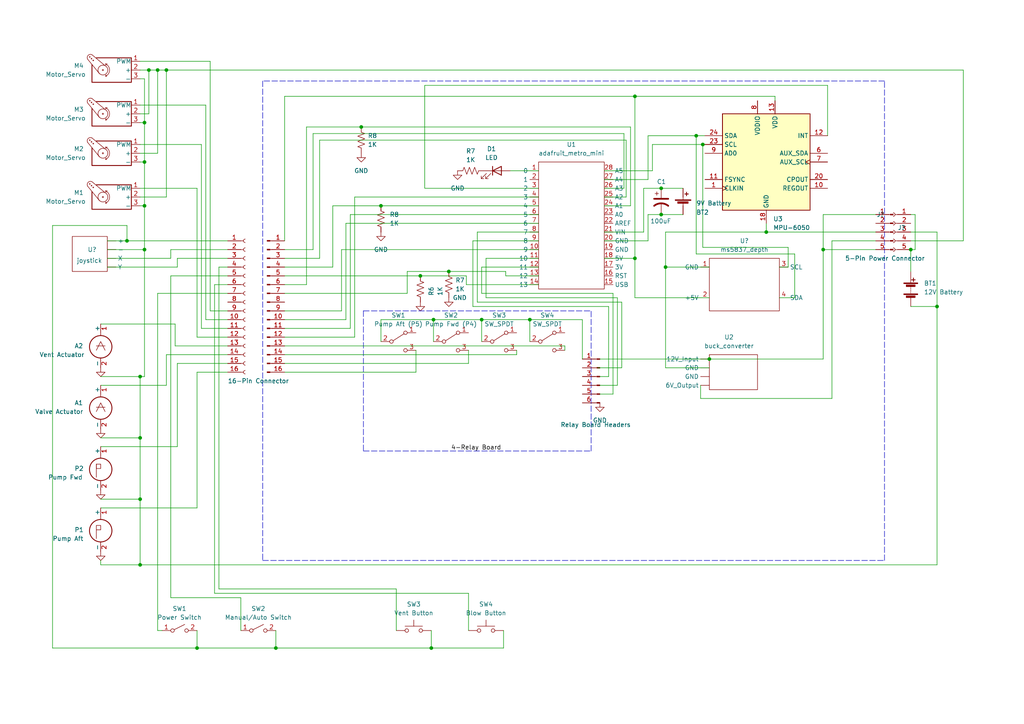
<source format=kicad_sch>
(kicad_sch (version 20211123) (generator eeschema)
  (paper "A4")
  (lib_symbols
    (symbol "Connector:Conn_01x05_Female" (pin_names (offset 1.016) hide)
      (property "Reference" "J" (at 0 7.62 0))
      (property "Value" "Conn_01x05_Female" (at 0 -7.62 0))
      (symbol "Conn_01x05_Female_1_1"
        (arc (start 0 -4.572) (mid -0.508 -5.08) (end 0 -5.588) (stroke (width 0.1524)))
        (arc (start 0 -2.032) (mid -0.508 -2.54) (end 0 -3.048) (stroke (width 0.1524)))
        (polyline (pts (xy -1.27 -5.08) (xy -0.508 -5.08)) (stroke (width 0.1524)))
        (polyline (pts (xy -1.27 -2.54) (xy -0.508 -2.54)) (stroke (width 0.1524)))
        (polyline (pts (xy -1.27 0) (xy -0.508 0)) (stroke (width 0.1524)))
        (polyline (pts (xy -1.27 2.54) (xy -0.508 2.54)) (stroke (width 0.1524)))
        (polyline (pts (xy -1.27 5.08) (xy -0.508 5.08)) (stroke (width 0.1524)))
        (arc (start 0 0.508) (mid -0.508 0) (end 0 -0.508) (stroke (width 0.1524)))
        (arc (start 0 3.048) (mid -0.508 2.54) (end 0 2.032) (stroke (width 0.1524)))
        (arc (start 0 5.588) (mid -0.508 5.08) (end 0 4.572) (stroke (width 0.1524)))
        (pin passive line (at -5.08 5.08 0) (length 3.81) (name "Pin_1") (number "1"))
        (pin passive line (at -5.08 2.54 0) (length 3.81) (name "Pin_2") (number "2"))
        (pin passive line (at -5.08 0 0) (length 3.81) (name "Pin_3") (number "3"))
        (pin passive line (at -5.08 -2.54 0) (length 3.81) (name "Pin_4") (number "4"))
        (pin passive line (at -5.08 -5.08 0) (length 3.81) (name "Pin_5") (number "5"))
      )
    )
    (symbol "Connector:Conn_01x05_Male" (pin_names (offset 1.016) hide)
      (property "Reference" "J" (at 0 7.62 0))
      (property "Value" "Conn_01x05_Male" (at 0 -7.62 0))
      (symbol "Conn_01x05_Male_1_1"
        (polyline (pts (xy 1.27 -5.08) (xy 0.8636 -5.08)) (stroke (width 0.1524)))
        (polyline (pts (xy 1.27 -2.54) (xy 0.8636 -2.54)) (stroke (width 0.1524)))
        (polyline (pts (xy 1.27 0) (xy 0.8636 0)) (stroke (width 0.1524)))
        (polyline (pts (xy 1.27 2.54) (xy 0.8636 2.54)) (stroke (width 0.1524)))
        (polyline (pts (xy 1.27 5.08) (xy 0.8636 5.08)) (stroke (width 0.1524)))
        (rectangle (start 0.8636 -4.953) (end 0 -5.207) (stroke (width 0.1524)) (fill (type outline)))
        (rectangle (start 0.8636 -2.413) (end 0 -2.667) (stroke (width 0.1524)) (fill (type outline)))
        (rectangle (start 0.8636 0.127) (end 0 -0.127) (stroke (width 0.1524)) (fill (type outline)))
        (rectangle (start 0.8636 2.667) (end 0 2.413) (stroke (width 0.1524)) (fill (type outline)))
        (rectangle (start 0.8636 5.207) (end 0 4.953) (stroke (width 0.1524)) (fill (type outline)))
        (pin passive line (at 5.08 5.08 180) (length 3.81) (name "Pin_1") (number "1"))
        (pin passive line (at 5.08 2.54 180) (length 3.81) (name "Pin_2") (number "2"))
        (pin passive line (at 5.08 0 180) (length 3.81) (name "Pin_3") (number "3"))
        (pin passive line (at 5.08 -2.54 180) (length 3.81) (name "Pin_4") (number "4"))
        (pin passive line (at 5.08 -5.08 180) (length 3.81) (name "Pin_5") (number "5"))
      )
    )
    (symbol "Connector:Conn_01x06_Male" (pin_names (offset 1.016) hide)
      (property "Reference" "J" (at 0 7.62 0))
      (property "Value" "Conn_01x06_Male" (at 0 -10.16 0))
      (symbol "Conn_01x06_Male_1_1"
        (polyline (pts (xy 1.27 -7.62) (xy 0.8636 -7.62)) (stroke (width 0.1524)))
        (polyline (pts (xy 1.27 -5.08) (xy 0.8636 -5.08)) (stroke (width 0.1524)))
        (polyline (pts (xy 1.27 -2.54) (xy 0.8636 -2.54)) (stroke (width 0.1524)))
        (polyline (pts (xy 1.27 0) (xy 0.8636 0)) (stroke (width 0.1524)))
        (polyline (pts (xy 1.27 2.54) (xy 0.8636 2.54)) (stroke (width 0.1524)))
        (polyline (pts (xy 1.27 5.08) (xy 0.8636 5.08)) (stroke (width 0.1524)))
        (rectangle (start 0.8636 -7.493) (end 0 -7.747) (stroke (width 0.1524)) (fill (type outline)))
        (rectangle (start 0.8636 -4.953) (end 0 -5.207) (stroke (width 0.1524)) (fill (type outline)))
        (rectangle (start 0.8636 -2.413) (end 0 -2.667) (stroke (width 0.1524)) (fill (type outline)))
        (rectangle (start 0.8636 0.127) (end 0 -0.127) (stroke (width 0.1524)) (fill (type outline)))
        (rectangle (start 0.8636 2.667) (end 0 2.413) (stroke (width 0.1524)) (fill (type outline)))
        (rectangle (start 0.8636 5.207) (end 0 4.953) (stroke (width 0.1524)) (fill (type outline)))
        (pin passive line (at 5.08 5.08 180) (length 3.81) (name "Pin_1") (number "1"))
        (pin passive line (at 5.08 2.54 180) (length 3.81) (name "Pin_2") (number "2"))
        (pin passive line (at 5.08 0 180) (length 3.81) (name "Pin_3") (number "3"))
        (pin passive line (at 5.08 -2.54 180) (length 3.81) (name "Pin_4") (number "4"))
        (pin passive line (at 5.08 -5.08 180) (length 3.81) (name "Pin_5") (number "5"))
        (pin passive line (at 5.08 -7.62 180) (length 3.81) (name "Pin_6") (number "6"))
      )
    )
    (symbol "Connector:Conn_01x16_Female" (pin_names (offset 1.016) hide)
      (property "Reference" "J" (at 0 20.32 0))
      (property "Value" "Conn_01x16_Female" (at 0 -22.86 0))
      (symbol "Conn_01x16_Female_1_1"
        (arc (start 0 -19.812) (mid -0.508 -20.32) (end 0 -20.828) (stroke (width 0.1524)))
        (arc (start 0 -17.272) (mid -0.508 -17.78) (end 0 -18.288) (stroke (width 0.1524)))
        (arc (start 0 -14.732) (mid -0.508 -15.24) (end 0 -15.748) (stroke (width 0.1524)))
        (arc (start 0 -12.192) (mid -0.508 -12.7) (end 0 -13.208) (stroke (width 0.1524)))
        (arc (start 0 -9.652) (mid -0.508 -10.16) (end 0 -10.668) (stroke (width 0.1524)))
        (arc (start 0 -7.112) (mid -0.508 -7.62) (end 0 -8.128) (stroke (width 0.1524)))
        (arc (start 0 -4.572) (mid -0.508 -5.08) (end 0 -5.588) (stroke (width 0.1524)))
        (arc (start 0 -2.032) (mid -0.508 -2.54) (end 0 -3.048) (stroke (width 0.1524)))
        (polyline (pts (xy -1.27 -20.32) (xy -0.508 -20.32)) (stroke (width 0.1524)))
        (polyline (pts (xy -1.27 -17.78) (xy -0.508 -17.78)) (stroke (width 0.1524)))
        (polyline (pts (xy -1.27 -15.24) (xy -0.508 -15.24)) (stroke (width 0.1524)))
        (polyline (pts (xy -1.27 -12.7) (xy -0.508 -12.7)) (stroke (width 0.1524)))
        (polyline (pts (xy -1.27 -10.16) (xy -0.508 -10.16)) (stroke (width 0.1524)))
        (polyline (pts (xy -1.27 -7.62) (xy -0.508 -7.62)) (stroke (width 0.1524)))
        (polyline (pts (xy -1.27 -5.08) (xy -0.508 -5.08)) (stroke (width 0.1524)))
        (polyline (pts (xy -1.27 -2.54) (xy -0.508 -2.54)) (stroke (width 0.1524)))
        (polyline (pts (xy -1.27 0) (xy -0.508 0)) (stroke (width 0.1524)))
        (polyline (pts (xy -1.27 2.54) (xy -0.508 2.54)) (stroke (width 0.1524)))
        (polyline (pts (xy -1.27 5.08) (xy -0.508 5.08)) (stroke (width 0.1524)))
        (polyline (pts (xy -1.27 7.62) (xy -0.508 7.62)) (stroke (width 0.1524)))
        (polyline (pts (xy -1.27 10.16) (xy -0.508 10.16)) (stroke (width 0.1524)))
        (polyline (pts (xy -1.27 12.7) (xy -0.508 12.7)) (stroke (width 0.1524)))
        (polyline (pts (xy -1.27 15.24) (xy -0.508 15.24)) (stroke (width 0.1524)))
        (polyline (pts (xy -1.27 17.78) (xy -0.508 17.78)) (stroke (width 0.1524)))
        (arc (start 0 0.508) (mid -0.508 0) (end 0 -0.508) (stroke (width 0.1524)))
        (arc (start 0 3.048) (mid -0.508 2.54) (end 0 2.032) (stroke (width 0.1524)))
        (arc (start 0 5.588) (mid -0.508 5.08) (end 0 4.572) (stroke (width 0.1524)))
        (arc (start 0 8.128) (mid -0.508 7.62) (end 0 7.112) (stroke (width 0.1524)))
        (arc (start 0 10.668) (mid -0.508 10.16) (end 0 9.652) (stroke (width 0.1524)))
        (arc (start 0 13.208) (mid -0.508 12.7) (end 0 12.192) (stroke (width 0.1524)))
        (arc (start 0 15.748) (mid -0.508 15.24) (end 0 14.732) (stroke (width 0.1524)))
        (arc (start 0 18.288) (mid -0.508 17.78) (end 0 17.272) (stroke (width 0.1524)))
        (pin passive line (at -5.08 17.78 0) (length 3.81) (name "Pin_1") (number "1"))
        (pin passive line (at -5.08 -5.08 0) (length 3.81) (name "Pin_10") (number "10"))
        (pin passive line (at -5.08 -7.62 0) (length 3.81) (name "Pin_11") (number "11"))
        (pin passive line (at -5.08 -10.16 0) (length 3.81) (name "Pin_12") (number "12"))
        (pin passive line (at -5.08 -12.7 0) (length 3.81) (name "Pin_13") (number "13"))
        (pin passive line (at -5.08 -15.24 0) (length 3.81) (name "Pin_14") (number "14"))
        (pin passive line (at -5.08 -17.78 0) (length 3.81) (name "Pin_15") (number "15"))
        (pin passive line (at -5.08 -20.32 0) (length 3.81) (name "Pin_16") (number "16"))
        (pin passive line (at -5.08 15.24 0) (length 3.81) (name "Pin_2") (number "2"))
        (pin passive line (at -5.08 12.7 0) (length 3.81) (name "Pin_3") (number "3"))
        (pin passive line (at -5.08 10.16 0) (length 3.81) (name "Pin_4") (number "4"))
        (pin passive line (at -5.08 7.62 0) (length 3.81) (name "Pin_5") (number "5"))
        (pin passive line (at -5.08 5.08 0) (length 3.81) (name "Pin_6") (number "6"))
        (pin passive line (at -5.08 2.54 0) (length 3.81) (name "Pin_7") (number "7"))
        (pin passive line (at -5.08 0 0) (length 3.81) (name "Pin_8") (number "8"))
        (pin passive line (at -5.08 -2.54 0) (length 3.81) (name "Pin_9") (number "9"))
      )
    )
    (symbol "Connector:Conn_01x16_Male" (pin_names (offset 1.016) hide)
      (property "Reference" "J" (at 0 20.32 0))
      (property "Value" "Conn_01x16_Male" (at 0 -22.86 0))
      (symbol "Conn_01x16_Male_1_1"
        (polyline (pts (xy 1.27 -20.32) (xy 0.8636 -20.32)) (stroke (width 0.1524)))
        (polyline (pts (xy 1.27 -17.78) (xy 0.8636 -17.78)) (stroke (width 0.1524)))
        (polyline (pts (xy 1.27 -15.24) (xy 0.8636 -15.24)) (stroke (width 0.1524)))
        (polyline (pts (xy 1.27 -12.7) (xy 0.8636 -12.7)) (stroke (width 0.1524)))
        (polyline (pts (xy 1.27 -10.16) (xy 0.8636 -10.16)) (stroke (width 0.1524)))
        (polyline (pts (xy 1.27 -7.62) (xy 0.8636 -7.62)) (stroke (width 0.1524)))
        (polyline (pts (xy 1.27 -5.08) (xy 0.8636 -5.08)) (stroke (width 0.1524)))
        (polyline (pts (xy 1.27 -2.54) (xy 0.8636 -2.54)) (stroke (width 0.1524)))
        (polyline (pts (xy 1.27 0) (xy 0.8636 0)) (stroke (width 0.1524)))
        (polyline (pts (xy 1.27 2.54) (xy 0.8636 2.54)) (stroke (width 0.1524)))
        (polyline (pts (xy 1.27 5.08) (xy 0.8636 5.08)) (stroke (width 0.1524)))
        (polyline (pts (xy 1.27 7.62) (xy 0.8636 7.62)) (stroke (width 0.1524)))
        (polyline (pts (xy 1.27 10.16) (xy 0.8636 10.16)) (stroke (width 0.1524)))
        (polyline (pts (xy 1.27 12.7) (xy 0.8636 12.7)) (stroke (width 0.1524)))
        (polyline (pts (xy 1.27 15.24) (xy 0.8636 15.24)) (stroke (width 0.1524)))
        (polyline (pts (xy 1.27 17.78) (xy 0.8636 17.78)) (stroke (width 0.1524)))
        (rectangle (start 0.8636 -20.193) (end 0 -20.447) (stroke (width 0.1524)) (fill (type outline)))
        (rectangle (start 0.8636 -17.653) (end 0 -17.907) (stroke (width 0.1524)) (fill (type outline)))
        (rectangle (start 0.8636 -15.113) (end 0 -15.367) (stroke (width 0.1524)) (fill (type outline)))
        (rectangle (start 0.8636 -12.573) (end 0 -12.827) (stroke (width 0.1524)) (fill (type outline)))
        (rectangle (start 0.8636 -10.033) (end 0 -10.287) (stroke (width 0.1524)) (fill (type outline)))
        (rectangle (start 0.8636 -7.493) (end 0 -7.747) (stroke (width 0.1524)) (fill (type outline)))
        (rectangle (start 0.8636 -4.953) (end 0 -5.207) (stroke (width 0.1524)) (fill (type outline)))
        (rectangle (start 0.8636 -2.413) (end 0 -2.667) (stroke (width 0.1524)) (fill (type outline)))
        (rectangle (start 0.8636 0.127) (end 0 -0.127) (stroke (width 0.1524)) (fill (type outline)))
        (rectangle (start 0.8636 2.667) (end 0 2.413) (stroke (width 0.1524)) (fill (type outline)))
        (rectangle (start 0.8636 5.207) (end 0 4.953) (stroke (width 0.1524)) (fill (type outline)))
        (rectangle (start 0.8636 7.747) (end 0 7.493) (stroke (width 0.1524)) (fill (type outline)))
        (rectangle (start 0.8636 10.287) (end 0 10.033) (stroke (width 0.1524)) (fill (type outline)))
        (rectangle (start 0.8636 12.827) (end 0 12.573) (stroke (width 0.1524)) (fill (type outline)))
        (rectangle (start 0.8636 15.367) (end 0 15.113) (stroke (width 0.1524)) (fill (type outline)))
        (rectangle (start 0.8636 17.907) (end 0 17.653) (stroke (width 0.1524)) (fill (type outline)))
        (pin passive line (at 5.08 17.78 180) (length 3.81) (name "Pin_1") (number "1"))
        (pin passive line (at 5.08 -5.08 180) (length 3.81) (name "Pin_10") (number "10"))
        (pin passive line (at 5.08 -7.62 180) (length 3.81) (name "Pin_11") (number "11"))
        (pin passive line (at 5.08 -10.16 180) (length 3.81) (name "Pin_12") (number "12"))
        (pin passive line (at 5.08 -12.7 180) (length 3.81) (name "Pin_13") (number "13"))
        (pin passive line (at 5.08 -15.24 180) (length 3.81) (name "Pin_14") (number "14"))
        (pin passive line (at 5.08 -17.78 180) (length 3.81) (name "Pin_15") (number "15"))
        (pin passive line (at 5.08 -20.32 180) (length 3.81) (name "Pin_16") (number "16"))
        (pin passive line (at 5.08 15.24 180) (length 3.81) (name "Pin_2") (number "2"))
        (pin passive line (at 5.08 12.7 180) (length 3.81) (name "Pin_3") (number "3"))
        (pin passive line (at 5.08 10.16 180) (length 3.81) (name "Pin_4") (number "4"))
        (pin passive line (at 5.08 7.62 180) (length 3.81) (name "Pin_5") (number "5"))
        (pin passive line (at 5.08 5.08 180) (length 3.81) (name "Pin_6") (number "6"))
        (pin passive line (at 5.08 2.54 180) (length 3.81) (name "Pin_7") (number "7"))
        (pin passive line (at 5.08 0 180) (length 3.81) (name "Pin_8") (number "8"))
        (pin passive line (at 5.08 -2.54 180) (length 3.81) (name "Pin_9") (number "9"))
      )
    )
    (symbol "Device:Battery" (pin_numbers hide) (pin_names (offset 0) hide)
      (property "Reference" "BT" (at 2.54 2.54 0))
      (property "Value" "Battery" (at 2.54 0 0))
      (symbol "Battery_0_1"
        (rectangle (start -2.032 -1.397) (end 2.032 -1.651) (fill (type outline)))
        (rectangle (start -2.032 1.778) (end 2.032 1.524) (fill (type outline)))
        (rectangle (start -1.3208 -1.9812) (end 1.27 -2.4892) (fill (type outline)))
        (rectangle (start -1.3208 1.1938) (end 1.27 0.6858) (fill (type outline)))
        (polyline (pts (xy 0 -1.524) (xy 0 -1.27)))
        (polyline (pts (xy 0 -1.016) (xy 0 -0.762)))
        (polyline (pts (xy 0 -0.508) (xy 0 -0.254)))
        (polyline (pts (xy 0 0) (xy 0 0.254)))
        (polyline (pts (xy 0 0.508) (xy 0 0.762)))
        (polyline (pts (xy 0 1.778) (xy 0 2.54)))
        (polyline (pts (xy 0.254 2.667) (xy 1.27 2.667)) (stroke (width 0.254)))
        (polyline (pts (xy 0.762 3.175) (xy 0.762 2.159)) (stroke (width 0.254)))
      )
      (symbol "Battery_1_1"
        (pin passive line (at 0 5.08 270) (length 2.54) (name "+") (number "1"))
        (pin passive line (at 0 -5.08 90) (length 2.54) (name "-") (number "2"))
      )
    )
    (symbol "Device:Battery_Cell" (pin_numbers hide) (pin_names (offset 0) hide)
      (property "Reference" "BT" (at 2.54 2.54 0))
      (property "Value" "Battery_Cell" (at 2.54 0 0))
      (symbol "Battery_Cell_0_1"
        (rectangle (start -2.286 1.778) (end 2.286 1.524) (fill (type outline)))
        (rectangle (start -1.5748 1.1938) (end 1.4732 0.6858) (fill (type outline)))
        (polyline (pts (xy 0 0.762) (xy 0 0)))
        (polyline (pts (xy 0 1.778) (xy 0 2.54)))
        (polyline (pts (xy 0.508 3.429) (xy 1.524 3.429)) (stroke (width 0.254)))
        (polyline (pts (xy 1.016 3.937) (xy 1.016 2.921)) (stroke (width 0.254)))
      )
      (symbol "Battery_Cell_1_1"
        (pin passive line (at 0 5.08 270) (length 2.54) (name "+") (number "1"))
        (pin passive line (at 0 -2.54 90) (length 2.54) (name "-") (number "2"))
      )
    )
    (symbol "Device:C_Polarized_US" (pin_numbers hide) (pin_names (offset 0.254) hide)
      (property "Reference" "C" (at 0.635 2.54 0))
      (property "Value" "C_Polarized_US" (at 0.635 -2.54 0))
      (symbol "C_Polarized_US_0_1"
        (polyline (pts (xy -2.032 0.762) (xy 2.032 0.762)) (stroke (width 0.508)))
        (polyline (pts (xy -1.778 2.286) (xy -0.762 2.286)))
        (polyline (pts (xy -1.27 1.778) (xy -1.27 2.794)))
        (arc (start 2.032 -1.27) (mid 0 -0.5572) (end -2.032 -1.27) (stroke (width 0.508)))
      )
      (symbol "C_Polarized_US_1_1"
        (pin passive line (at 0 3.81 270) (length 2.794) (name "~") (number "1"))
        (pin passive line (at 0 -3.81 90) (length 3.302) (name "~") (number "2"))
      )
    )
    (symbol "Device:LED" (pin_numbers hide) (pin_names (offset 1.016) hide)
      (property "Reference" "D" (at 0 2.54 0))
      (property "Value" "LED" (at 0 -2.54 0))
      (symbol "LED_0_1"
        (polyline (pts (xy -1.27 -1.27) (xy -1.27 1.27)) (stroke (width 0.254)))
        (polyline (pts (xy -1.27 0) (xy 1.27 0)))
        (polyline (pts (xy 1.27 -1.27) (xy 1.27 1.27) (xy -1.27 0) (xy 1.27 -1.27)) (stroke (width 0.254)))
        (polyline (pts (xy -3.048 -0.762) (xy -4.572 -2.286) (xy -3.81 -2.286) (xy -4.572 -2.286) (xy -4.572 -1.524)))
        (polyline (pts (xy -1.778 -0.762) (xy -3.302 -2.286) (xy -2.54 -2.286) (xy -3.302 -2.286) (xy -3.302 -1.524)))
      )
      (symbol "LED_1_1"
        (pin passive line (at -3.81 0 0) (length 2.54) (name "K") (number "1"))
        (pin passive line (at 3.81 0 180) (length 2.54) (name "A") (number "2"))
      )
    )
    (symbol "Device:R_US" (pin_numbers hide) (pin_names (offset 0))
      (property "Reference" "R" (at 2.54 0 90))
      (property "Value" "R_US" (at -2.54 0 90))
      (symbol "R_US_0_1"
        (polyline (pts (xy 0 -2.286) (xy 0 -2.54)))
        (polyline (pts (xy 0 2.286) (xy 0 2.54)))
        (polyline (pts (xy 0 -0.762) (xy 1.016 -1.143) (xy 0 -1.524) (xy -1.016 -1.905) (xy 0 -2.286)))
        (polyline (pts (xy 0 0.762) (xy 1.016 0.381) (xy 0 0) (xy -1.016 -0.381) (xy 0 -0.762)))
        (polyline (pts (xy 0 2.286) (xy 1.016 1.905) (xy 0 1.524) (xy -1.016 1.143) (xy 0 0.762)))
      )
      (symbol "R_US_1_1"
        (pin passive line (at 0 3.81 270) (length 1.27) (name "~") (number "1"))
        (pin passive line (at 0 -3.81 90) (length 1.27) (name "~") (number "2"))
      )
    )
    (symbol "Motor:Motor_DC" (pin_names (offset 0))
      (property "Reference" "A2" (at 5.08 -1.2699 0))
      (property "Value" "Pump Aft" (at 5.08 -3.8099 0))
      (symbol "Motor_DC_0_1"
        (circle (center 0 -1.524) (radius 3.2512) (stroke (width 0.254)))
        (polyline (pts (xy 0 -7.62) (xy 0 -7.112)))
        (polyline (pts (xy 0 -4.7752) (xy 0 -5.1816)))
        (polyline (pts (xy 0 1.7272) (xy 0 2.0828)))
        (polyline (pts (xy 0 2.032) (xy 0 2.54)))
        (polyline (pts (xy -1.27 0) (xy -1.27 -3.81) (xy -1.27 0) (xy 0 0) (xy 0 -1.27) (xy -1.27 -1.27)))
      )
      (symbol "Motor_DC_1_1"
        (pin passive line (at 0 5.08 270) (length 2.54) (name "+") (number "1"))
        (pin passive line (at 0 -7.62 90) (length 2.54) (name "-") (number "2"))
      )
    )
    (symbol "Motor:Motor_Servo" (pin_names (offset 0.0254))
      (property "Reference" "M" (at -5.08 4.445 0))
      (property "Value" "Motor_Servo" (at -5.08 -4.064 0))
      (symbol "Motor_Servo_0_1"
        (polyline (pts (xy 2.413 -1.778) (xy 2.032 -1.778)))
        (polyline (pts (xy 2.413 -1.778) (xy 2.286 -1.397)))
        (polyline (pts (xy 2.413 1.778) (xy 1.905 1.778)))
        (polyline (pts (xy 2.413 1.778) (xy 2.286 1.397)))
        (polyline (pts (xy 6.35 4.445) (xy 2.54 1.27)))
        (polyline (pts (xy 7.62 3.175) (xy 4.191 -1.016)))
        (polyline (pts (xy 5.08 3.556) (xy -5.08 3.556) (xy -5.08 -3.556) (xy 6.35 -3.556) (xy 6.35 1.524)) (stroke (width 0.254)))
        (arc (start 2.413 1.778) (mid 1.2406 0) (end 2.413 -1.778))
        (circle (center 3.175 0) (radius 0.1778))
        (circle (center 3.175 0) (radius 1.4224))
        (circle (center 5.969 2.794) (radius 0.127))
        (circle (center 6.477 3.302) (radius 0.127))
        (circle (center 6.985 3.81) (radius 0.127))
        (arc (start 7.62 3.175) (mid 7.4485 4.2735) (end 6.35 4.445))
      )
      (symbol "Motor_Servo_1_1"
        (pin passive line (at -7.62 2.54 0) (length 2.54) (name "PWM") (number "1"))
        (pin passive line (at -7.62 0 0) (length 2.54) (name "+") (number "2"))
        (pin passive line (at -7.62 -2.54 0) (length 2.54) (name "-") (number "3"))
      )
    )
    (symbol "Motor_DC_1" (pin_names (offset 0))
      (property "Reference" "A1" (at 5.08 -1.2699 0))
      (property "Value" "Motor_DC_1" (at 5.08 -3.8099 0))
      (symbol "Motor_DC_1_0_1"
        (circle (center 0 -1.524) (radius 3.2512) (stroke (width 0.254)))
        (polyline (pts (xy -1.27 0) (xy -1.27 -3.81)))
        (polyline (pts (xy 0 -7.62) (xy 0 -7.112)))
        (polyline (pts (xy 0 -4.7752) (xy 0 -5.1816)))
        (polyline (pts (xy 0 1.7272) (xy 0 2.0828)))
        (polyline (pts (xy 0 2.032) (xy 0 2.54)))
        (polyline (pts (xy -1.27 0) (xy 0 0) (xy 0 -1.27) (xy -1.27 -1.27) (xy -1.27 0)))
      )
      (symbol "Motor_DC_1_1_1"
        (pin passive line (at 0 5.08 270) (length 2.54) (name "+") (number "1"))
        (pin passive line (at 0 -7.62 90) (length 2.54) (name "-") (number "2"))
      )
    )
    (symbol "Motor_DC_2" (pin_names (offset 0))
      (property "Reference" "M?" (at 5.08 -1.2699 0))
      (property "Value" "Motor_DC" (at 5.08 -3.8099 0))
      (symbol "Motor_DC_2_0_1"
        (circle (center 0 -1.524) (radius 3.2512) (stroke (width 0.254)))
        (polyline (pts (xy -1.27 -1.27) (xy 1.27 -1.27)))
        (polyline (pts (xy 0 -7.62) (xy 0 -7.112)))
        (polyline (pts (xy 0 -4.7752) (xy 0 -5.1816)))
        (polyline (pts (xy 0 1.7272) (xy 0 2.0828)))
        (polyline (pts (xy 0 2.032) (xy 0 2.54)))
        (polyline (pts (xy -1.27 -2.54) (xy 0 0) (xy 1.27 -2.54)))
      )
      (symbol "Motor_DC_2_1_1"
        (pin passive line (at 0 5.08 270) (length 2.54) (name "+") (number "1"))
        (pin passive line (at 0 -7.62 90) (length 2.54) (name "-") (number "2"))
      )
    )
    (symbol "Motor_DC_3" (pin_names (offset 0))
      (property "Reference" "M?" (at 5.08 -1.2699 0))
      (property "Value" "Motor_DC" (at 5.08 -3.8099 0))
      (symbol "Motor_DC_3_0_1"
        (circle (center 0 -1.524) (radius 3.2512) (stroke (width 0.254)))
        (polyline (pts (xy 0 -7.62) (xy 0 -7.112)))
        (polyline (pts (xy 0 -4.7752) (xy 0 -5.1816)))
        (polyline (pts (xy 0 1.7272) (xy 0 2.0828)))
        (polyline (pts (xy 0 2.032) (xy 0 2.54)))
        (polyline (pts (xy 1.27 -1.27) (xy -1.27 -1.27) (xy 1.27 -1.27)))
        (polyline (pts (xy 0 0) (xy -1.27 -2.54) (xy 0 0) (xy 1.27 -2.54)))
      )
      (symbol "Motor_DC_3_1_1"
        (pin passive line (at 0 5.08 270) (length 2.54) (name "+") (number "1"))
        (pin passive line (at 0 -7.62 90) (length 2.54) (name "-") (number "2"))
      )
    )
    (symbol "Sensor_Motion:MPU-6050"
      (property "Reference" "U" (at -11.43 13.97 0))
      (property "Value" "MPU-6050" (at 7.62 -15.24 0))
      (symbol "MPU-6050_0_0"
        (text "" (at 12.7 -2.54 0) (effects (font (size 1.27 1.27))))
      )
      (symbol "MPU-6050_0_1"
        (rectangle (start -12.7 13.97) (end 12.7 -13.97) (stroke (width 0.254)) (fill (type background)))
      )
      (symbol "MPU-6050_1_1"
        (pin input clock (at -17.78 -7.62 0) (length 5.08) (name "CLKIN") (number "1"))
        (pin passive line (at 17.78 -7.62 180) (length 5.08) (name "REGOUT") (number "10"))
        (pin input line (at -17.78 -5.08 0) (length 5.08) (name "FSYNC") (number "11"))
        (pin output line (at 17.78 7.62 180) (length 5.08) (name "INT") (number "12"))
        (pin power_in line (at 2.54 17.78 270) (length 3.81) (name "VDD") (number "13"))
        (pin no_connect line (at -12.7 -10.16 0) (length 2.54) hide (name "NC") (number "14"))
        (pin no_connect line (at 12.7 12.7 180) (length 2.54) hide (name "NC") (number "15"))
        (pin no_connect line (at 12.7 10.16 180) (length 2.54) hide (name "NC") (number "16"))
        (pin no_connect line (at 12.7 5.08 180) (length 2.54) hide (name "NC") (number "17"))
        (pin power_in line (at 0 -17.78 90) (length 3.81) (name "GND") (number "18"))
        (pin no_connect line (at 12.7 -10.16 180) (length 2.54) hide (name "NC") (number "19"))
        (pin no_connect line (at -12.7 12.7 0) (length 2.54) hide (name "NC") (number "2"))
        (pin passive line (at 17.78 -5.08 180) (length 5.08) (name "CPOUT") (number "20"))
        (pin no_connect line (at 12.7 -2.54 180) (length 2.54) hide (name "NC") (number "21"))
        (pin no_connect line (at 12.7 -12.7 180) (length 2.54) hide (name "NC") (number "22"))
        (pin input line (at -17.78 5.08 0) (length 5.08) (name "SCL") (number "23"))
        (pin bidirectional line (at -17.78 7.62 0) (length 5.08) (name "SDA") (number "24"))
        (pin no_connect line (at -12.7 10.16 0) (length 2.54) hide (name "NC") (number "3"))
        (pin no_connect line (at -12.7 0 0) (length 2.54) hide (name "NC") (number "4"))
        (pin no_connect line (at -12.7 -2.54 0) (length 2.54) hide (name "NC") (number "5"))
        (pin bidirectional line (at 17.78 2.54 180) (length 5.08) (name "AUX_SDA") (number "6"))
        (pin output clock (at 17.78 0 180) (length 5.08) (name "AUX_SCL") (number "7"))
        (pin power_in line (at -2.54 17.78 270) (length 3.81) (name "VDDIO") (number "8"))
        (pin input line (at -17.78 2.54 0) (length 5.08) (name "AD0") (number "9"))
      )
    )
    (symbol "Switch:SW_Push" (pin_numbers hide) (pin_names (offset 1.016) hide)
      (property "Reference" "SW" (at 1.27 2.54 0))
      (property "Value" "SW_Push" (at 0 -1.524 0))
      (symbol "SW_Push_0_1"
        (circle (center -2.032 0) (radius 0.508))
        (polyline (pts (xy 0 1.27) (xy 0 3.048)))
        (polyline (pts (xy 2.54 1.27) (xy -2.54 1.27)))
        (circle (center 2.032 0) (radius 0.508))
        (pin passive line (at -5.08 0 0) (length 2.54) (name "1") (number "1"))
        (pin passive line (at 5.08 0 180) (length 2.54) (name "2") (number "2"))
      )
    )
    (symbol "Switch:SW_SPDT" (pin_names (offset 0) hide)
      (property "Reference" "SW" (at 0 4.318 0))
      (property "Value" "SW_SPDT" (at 0 -5.08 0))
      (symbol "SW_SPDT_0_0"
        (circle (center -2.032 0) (radius 0.508))
        (circle (center 2.032 -2.54) (radius 0.508))
      )
      (symbol "SW_SPDT_0_1"
        (polyline (pts (xy -1.524 0.254) (xy 1.651 2.286)))
        (circle (center 2.032 2.54) (radius 0.508))
      )
      (symbol "SW_SPDT_1_1"
        (pin passive line (at 5.08 2.54 180) (length 2.54) (name "A") (number "1"))
        (pin passive line (at -5.08 0 0) (length 2.54) (name "B") (number "2"))
        (pin passive line (at 5.08 -2.54 180) (length 2.54) (name "C") (number "3"))
      )
    )
    (symbol "Switch:SW_SPST" (pin_names (offset 0) hide)
      (property "Reference" "SW" (at 0 3.175 0))
      (property "Value" "SW_SPST" (at 0 -2.54 0))
      (symbol "SW_SPST_0_0"
        (circle (center -2.032 0) (radius 0.508))
        (polyline (pts (xy -1.524 0.254) (xy 1.524 1.778)))
        (circle (center 2.032 0) (radius 0.508))
      )
      (symbol "SW_SPST_1_1"
        (pin passive line (at -5.08 0 0) (length 2.54) (name "A") (number "1"))
        (pin passive line (at 5.08 0 180) (length 2.54) (name "B") (number "2"))
      )
    )
    (symbol "custom_parts:adafruit_metro_mini"
      (property "Reference" "U" (at 0 0 0))
      (property "Value" "adafruit_metro_mini" (at -2.54 -25.4 0))
      (symbol "adafruit_metro_mini_0_1"
        (rectangle (start -12.7 15.24) (end 6.35 -21.59))
      )
      (symbol "adafruit_metro_mini_1_1"
        (pin bidirectional line (at -12.7 12.7 180) (length 2.54) (name "0") (number "1"))
        (pin bidirectional line (at -12.7 -10.16 180) (length 2.54) (name "9") (number "10"))
        (pin bidirectional line (at -12.7 -12.7 180) (length 2.54) (name "10") (number "11"))
        (pin bidirectional line (at -12.7 -15.24 180) (length 2.54) (name "11") (number "12"))
        (pin bidirectional line (at -12.7 -17.78 180) (length 2.54) (name "12") (number "13"))
        (pin bidirectional line (at -12.7 -20.32 180) (length 2.54) (name "13") (number "14"))
        (pin bidirectional line (at 6.35 -20.32 0) (length 2.54) (name "USB") (number "15"))
        (pin bidirectional line (at 6.35 -17.78 0) (length 2.54) (name "RST") (number "16"))
        (pin output line (at 6.35 -15.24 0) (length 2.54) (name "3V") (number "17"))
        (pin output line (at 6.35 -12.7 0) (length 2.54) (name "5V") (number "18"))
        (pin bidirectional line (at 6.35 -10.16 0) (length 2.54) (name "GND") (number "19"))
        (pin bidirectional line (at -12.7 10.16 180) (length 2.54) (name "1") (number "2"))
        (pin bidirectional line (at 6.35 -7.62 0) (length 2.54) (name "GND") (number "20"))
        (pin bidirectional line (at 6.35 -5.08 0) (length 2.54) (name "VIN") (number "21"))
        (pin output line (at 6.35 -2.54 0) (length 2.54) (name "AREF") (number "22"))
        (pin bidirectional line (at 6.35 0 0) (length 2.54) (name "A0") (number "23"))
        (pin bidirectional line (at 6.35 2.54 0) (length 2.54) (name "A1") (number "24"))
        (pin bidirectional line (at 6.35 5.08 0) (length 2.54) (name "A2") (number "25"))
        (pin bidirectional line (at 6.35 7.62 0) (length 2.54) (name "A3") (number "26"))
        (pin bidirectional line (at 6.35 10.16 0) (length 2.54) (name "A4") (number "27"))
        (pin bidirectional line (at 6.35 12.7 0) (length 2.54) (name "A5") (number "28"))
        (pin bidirectional line (at -12.7 7.62 180) (length 2.54) (name "2") (number "3"))
        (pin bidirectional line (at -12.7 5.08 180) (length 2.54) (name "3") (number "4"))
        (pin bidirectional line (at -12.7 2.54 180) (length 2.54) (name "4") (number "5"))
        (pin bidirectional line (at -12.7 0 180) (length 2.54) (name "5") (number "6"))
        (pin bidirectional line (at -12.7 -2.54 180) (length 2.54) (name "6") (number "7"))
        (pin bidirectional line (at -12.7 -5.08 180) (length 2.54) (name "7") (number "8"))
        (pin bidirectional line (at -12.7 -7.62 180) (length 2.54) (name "8") (number "9"))
      )
    )
    (symbol "custom_parts:buck_converter"
      (property "Reference" "U" (at 0 0 0))
      (property "Value" "buck_converter" (at 0 0 0))
      (symbol "buck_converter_0_1"
        (rectangle (start -6.35 5.08) (end 7.62 -5.08))
      )
      (symbol "buck_converter_1_1"
        (pin input line (at -6.35 3.81 180) (length 2.54) (name "12V_Input") (number ""))
        (pin output line (at -6.35 -3.81 180) (length 2.54) (name "6V_Output") (number ""))
        (pin bidirectional line (at -6.35 -1.27 180) (length 2.54) (name "GND") (number ""))
        (pin bidirectional line (at -6.35 1.27 180) (length 2.54) (name "GND") (number ""))
      )
    )
    (symbol "custom_parts:joystick"
      (property "Reference" "U" (at 0 0 0))
      (property "Value" "joystick" (at 0 -1.27 0))
      (symbol "joystick_0_1"
        (rectangle (start -5.08 3.81) (end 5.08 -6.35))
      )
      (symbol "joystick_1_1"
        (pin input line (at 5.08 2.54 0) (length 2.54) (name "+") (number ""))
        (pin input line (at 5.08 0 0) (length 2.54) (name "-") (number ""))
        (pin input line (at 5.08 -2.54 0) (length 2.54) (name "X") (number ""))
        (pin input line (at 5.08 -5.08 0) (length 2.54) (name "Y") (number ""))
      )
    )
    (symbol "custom_parts:ms5837_depth"
      (property "Reference" "U" (at 0 2.54 0))
      (property "Value" "ms5837_depth" (at 0 0 0))
      (symbol "ms5837_depth_0_1"
        (rectangle (start -8.89 7.62) (end 11.43 -7.62))
      )
      (symbol "ms5837_depth_1_1"
        (pin input line (at -8.89 5.08 180) (length 2.54) (name "GND") (number "1"))
        (pin input line (at -8.89 -3.81 180) (length 2.54) (name "+5V") (number "2"))
        (pin input line (at 11.43 5.08 0) (length 2.54) (name "SCL") (number "3"))
        (pin input line (at 11.43 -3.81 0) (length 2.54) (name "SDA") (number "4"))
      )
    )
    (symbol "power:GND" (power) (pin_names (offset 0))
      (property "Value" "GND" (at 0 -3.81 0))
      (symbol "GND_0_1"
        (polyline (pts (xy 0 0) (xy 0 -1.27) (xy 1.27 -1.27) (xy 0 -2.54) (xy -1.27 -1.27) (xy 0 -1.27)))
      )
      (symbol "GND_1_1"
        (pin power_in line (at 0 0 270) (length 0) hide (name "GND") (number "1"))
      )
    )
  )
  (junction (at 40.64 109.22))
  (junction (at 184.15 27.94))
  (junction (at 40.64 144.78))
  (junction (at 271.78 88.9))
  (junction (at 264.16 72.39))
  (junction (at 130.175 78.74))
  (junction (at 125.095 187.96))
  (junction (at 36.83 69.85))
  (junction (at 57.15 187.96))
  (junction (at 125.73 92.71))
  (junction (at 41.91 46.99))
  (junction (at 203.835 41.91))
  (junction (at 191.77 54.61))
  (junction (at 41.91 35.56))
  (junction (at 41.91 59.69))
  (junction (at 40.64 127))
  (junction (at 80.01 187.96))
  (junction (at 45.72 20.32))
  (junction (at 139.7 92.71))
  (junction (at 222.25 67.31))
  (junction (at 205.74 104.14))
  (junction (at 48.26 20.32))
  (junction (at 184.15 74.93))
  (junction (at 238.76 72.39))
  (junction (at 43.18 20.32))
  (junction (at 191.77 62.23))
  (junction (at 201.93 39.37))
  (junction (at 153.67 92.71))
  (junction (at 104.775 36.83))
  (junction (at 41.91 72.39))
  (junction (at 121.92 80.01))
  (junction (at 110.49 59.69))
  (junction (at 40.64 163.83))
  (junction (at 193.04 77.47))
  (wire (pts (xy 66.04 102.87) (xy 48.26 102.87)))
  (wire (pts (xy 271.78 88.9) (xy 271.78 67.31)))
  (polyline (pts (xy 105.41 90.17) (xy 171.45 90.17)))
  (wire (pts (xy 49.53 72.39) (xy 66.04 72.39)))
  (wire (pts (xy 173.99 114.3) (xy 177.8 114.3)))
  (wire (pts (xy 66.04 82.55) (xy 62.23 82.55)))
  (wire (pts (xy 114.935 170.815) (xy 114.935 182.88)))
  (wire (pts (xy 40.64 20.32) (xy 43.18 20.32)))
  (wire (pts (xy 146.05 187.96) (xy 146.05 182.88)))
  (wire (pts (xy 156.21 82.55) (xy 135.255 82.55)))
  (wire (pts (xy 51.435 77.47) (xy 51.435 74.93)))
  (wire (pts (xy 135.89 105.41) (xy 82.55 105.41)))
  (wire (pts (xy 40.64 127) (xy 40.64 109.22)))
  (wire (pts (xy 198.12 62.23) (xy 191.77 62.23)))
  (wire (pts (xy 271.78 163.83) (xy 271.78 88.9)))
  (wire (pts (xy 41.91 46.99) (xy 41.91 59.69)))
  (wire (pts (xy 173.99 104.14) (xy 205.74 104.14)))
  (wire (pts (xy 140.97 74.93) (xy 140.97 86.36)))
  (wire (pts (xy 203.835 41.91) (xy 203.835 71.755)))
  (wire (pts (xy 63.5 77.47) (xy 63.5 170.815)))
  (wire (pts (xy 241.3 69.85) (xy 254 69.85)))
  (wire (pts (xy 29.21 144.78) (xy 40.64 144.78)))
  (wire (pts (xy 51.435 129.54) (xy 29.21 129.54)))
  (wire (pts (xy 189.23 41.91) (xy 189.23 49.53)))
  (wire (pts (xy 186.69 54.61) (xy 186.69 67.31)))
  (wire (pts (xy 96.52 59.69) (xy 110.49 59.69)))
  (wire (pts (xy 222.25 67.31) (xy 254 67.31)))
  (wire (pts (xy 15.24 65.405) (xy 15.24 187.96)))
  (wire (pts (xy 57.15 107.95) (xy 57.15 147.32)))
  (wire (pts (xy 205.74 86.36) (xy 184.15 86.36)))
  (wire (pts (xy 41.91 59.69) (xy 40.64 59.69)))
  (wire (pts (xy 180.34 87.63) (xy 138.43 87.63)))
  (wire (pts (xy 82.55 72.39) (xy 90.805 72.39)))
  (wire (pts (xy 57.15 54.61) (xy 57.15 97.79)))
  (wire (pts (xy 40.64 22.86) (xy 41.91 22.86)))
  (wire (pts (xy 57.15 147.32) (xy 29.21 147.32)))
  (wire (pts (xy 135.255 80.01) (xy 135.255 82.55)))
  (polyline (pts (xy 171.45 130.81) (xy 171.45 90.17)))
  (wire (pts (xy 137.16 69.85) (xy 156.21 69.85)))
  (wire (pts (xy 58.42 95.25) (xy 66.04 95.25)))
  (wire (pts (xy 82.55 85.09) (xy 118.11 85.09)))
  (wire (pts (xy 203.2 115.57) (xy 241.3 115.57)))
  (wire (pts (xy 45.72 85.09) (xy 45.72 182.88)))
  (wire (pts (xy 59.69 30.48) (xy 59.69 92.71)))
  (wire (pts (xy 187.96 52.07) (xy 175.26 52.07)))
  (wire (pts (xy 66.04 105.41) (xy 51.435 105.41)))
  (wire (pts (xy 180.975 38.735) (xy 180.975 54.61)))
  (wire (pts (xy 146.685 78.74) (xy 146.685 80.01)))
  (wire (pts (xy 203.2 111.76) (xy 203.2 115.57)))
  (wire (pts (xy 156.21 77.47) (xy 139.7 77.47)))
  (wire (pts (xy 40.64 33.02) (xy 43.18 33.02)))
  (wire (pts (xy 101.6 62.23) (xy 101.6 95.25)))
  (wire (pts (xy 279.4 69.85) (xy 279.4 20.32)))
  (wire (pts (xy 41.91 35.56) (xy 40.64 35.56)))
  (wire (pts (xy 82.55 92.71) (xy 100.33 92.71)))
  (wire (pts (xy 110.49 99.06) (xy 110.49 92.71)))
  (wire (pts (xy 120.65 107.95) (xy 82.55 107.95)))
  (wire (pts (xy 40.64 144.78) (xy 40.64 163.83)))
  (wire (pts (xy 82.55 102.87) (xy 149.86 102.87)))
  (wire (pts (xy 41.91 46.99) (xy 40.64 46.99)))
  (wire (pts (xy 15.24 187.96) (xy 57.15 187.96)))
  (wire (pts (xy 123.19 24.765) (xy 240.03 24.765)))
  (polyline (pts (xy 105.41 90.17) (xy 105.41 130.81)))
  (wire (pts (xy 48.26 57.15) (xy 48.26 20.32)))
  (wire (pts (xy 230.505 86.36) (xy 226.06 86.36)))
  (wire (pts (xy 82.55 27.94) (xy 184.15 27.94)))
  (wire (pts (xy 137.16 88.9) (xy 137.16 69.85)))
  (wire (pts (xy 36.83 65.405) (xy 15.24 65.405)))
  (wire (pts (xy 99.06 72.39) (xy 156.21 72.39)))
  (wire (pts (xy 125.73 92.71) (xy 139.7 92.71)))
  (wire (pts (xy 201.93 73.66) (xy 230.505 73.66)))
  (polyline (pts (xy 256.54 23.495) (xy 76.2 23.495)))
  (wire (pts (xy 57.15 187.96) (xy 80.01 187.96)))
  (wire (pts (xy 59.69 92.71) (xy 66.04 92.71)))
  (wire (pts (xy 189.23 49.53) (xy 175.26 49.53)))
  (wire (pts (xy 66.04 107.95) (xy 57.15 107.95)))
  (wire (pts (xy 180.34 106.68) (xy 180.34 87.63)))
  (wire (pts (xy 177.8 85.09) (xy 177.8 114.3)))
  (wire (pts (xy 181.61 40.64) (xy 92.71 40.64)))
  (wire (pts (xy 191.77 62.23) (xy 187.96 62.23)))
  (wire (pts (xy 43.18 20.32) (xy 45.72 20.32)))
  (wire (pts (xy 88.9 82.55) (xy 88.9 36.83)))
  (wire (pts (xy 140.97 86.36) (xy 179.07 86.36)))
  (wire (pts (xy 57.15 97.79) (xy 66.04 97.79)))
  (wire (pts (xy 204.47 41.91) (xy 203.835 41.91)))
  (wire (pts (xy 104.775 36.83) (xy 182.88 36.83)))
  (wire (pts (xy 102.87 97.79) (xy 102.87 57.15)))
  (wire (pts (xy 40.64 163.83) (xy 29.21 163.83)))
  (wire (pts (xy 264.16 69.85) (xy 279.4 69.85)))
  (wire (pts (xy 240.03 24.765) (xy 240.03 39.37)))
  (wire (pts (xy 264.16 72.39) (xy 264.16 78.74)))
  (wire (pts (xy 66.04 77.47) (xy 63.5 77.47)))
  (wire (pts (xy 238.76 72.39) (xy 254 72.39)))
  (wire (pts (xy 176.53 109.22) (xy 176.53 88.9)))
  (wire (pts (xy 31.115 72.39) (xy 41.91 72.39)))
  (wire (pts (xy 135.89 172.085) (xy 135.89 182.88)))
  (wire (pts (xy 201.93 39.37) (xy 201.93 73.66)))
  (wire (pts (xy 222.25 64.77) (xy 222.25 67.31)))
  (wire (pts (xy 62.23 172.085) (xy 135.89 172.085)))
  (wire (pts (xy 118.11 78.74) (xy 130.175 78.74)))
  (wire (pts (xy 58.42 41.91) (xy 58.42 95.25)))
  (wire (pts (xy 100.33 92.71) (xy 100.33 64.77)))
  (wire (pts (xy 238.76 62.23) (xy 238.76 72.39)))
  (wire (pts (xy 118.11 85.09) (xy 118.11 78.74)))
  (wire (pts (xy 230.505 73.66) (xy 230.505 86.36)))
  (wire (pts (xy 241.3 115.57) (xy 241.3 69.85)))
  (wire (pts (xy 36.83 69.85) (xy 36.83 65.405)))
  (wire (pts (xy 92.71 40.64) (xy 92.71 74.93)))
  (wire (pts (xy 184.15 27.94) (xy 184.15 74.93)))
  (wire (pts (xy 41.91 35.56) (xy 41.91 46.99)))
  (wire (pts (xy 69.85 173.355) (xy 69.85 182.88)))
  (wire (pts (xy 57.15 187.96) (xy 57.15 182.88)))
  (wire (pts (xy 139.7 85.09) (xy 177.8 85.09)))
  (wire (pts (xy 146.685 80.01) (xy 156.21 80.01)))
  (wire (pts (xy 90.805 38.735) (xy 180.975 38.735)))
  (wire (pts (xy 66.04 85.09) (xy 45.72 85.09)))
  (wire (pts (xy 102.87 57.15) (xy 156.21 57.15)))
  (polyline (pts (xy 105.41 130.81) (xy 171.45 130.81)))
  (wire (pts (xy 191.77 54.61) (xy 186.69 54.61)))
  (wire (pts (xy 205.74 106.68) (xy 193.04 106.68)))
  (wire (pts (xy 139.7 92.71) (xy 153.67 92.71)))
  (wire (pts (xy 156.21 54.61) (xy 123.19 54.61)))
  (wire (pts (xy 49.53 74.93) (xy 49.53 72.39)))
  (wire (pts (xy 173.355 106.68) (xy 180.34 106.68)))
  (wire (pts (xy 110.49 92.71) (xy 125.73 92.71)))
  (wire (pts (xy 50.8 100.33) (xy 66.04 100.33)))
  (wire (pts (xy 189.23 41.91) (xy 203.835 41.91)))
  (wire (pts (xy 173.99 111.76) (xy 179.07 111.76)))
  (wire (pts (xy 92.71 74.93) (xy 82.55 74.93)))
  (wire (pts (xy 90.805 72.39) (xy 90.805 38.735)))
  (wire (pts (xy 193.04 77.47) (xy 193.04 106.68)))
  (wire (pts (xy 125.73 92.71) (xy 125.73 99.06)))
  (wire (pts (xy 125.095 187.96) (xy 125.095 182.88)))
  (wire (pts (xy 120.65 101.6) (xy 120.65 107.95)))
  (wire (pts (xy 40.64 57.15) (xy 48.26 57.15)))
  (wire (pts (xy 265.43 72.39) (xy 265.43 62.23)))
  (wire (pts (xy 181.61 57.15) (xy 181.61 40.64)))
  (wire (pts (xy 238.76 72.39) (xy 238.76 104.14)))
  (wire (pts (xy 45.72 44.45) (xy 45.72 20.32)))
  (wire (pts (xy 40.64 144.78) (xy 40.64 127)))
  (wire (pts (xy 62.23 82.55) (xy 62.23 172.085)))
  (wire (pts (xy 264.16 72.39) (xy 265.43 72.39)))
  (wire (pts (xy 224.79 27.94) (xy 184.15 27.94)))
  (wire (pts (xy 80.01 187.96) (xy 80.01 182.88)))
  (wire (pts (xy 31.115 69.85) (xy 36.83 69.85)))
  (wire (pts (xy 45.72 20.32) (xy 48.26 20.32)))
  (wire (pts (xy 82.55 82.55) (xy 88.9 82.55)))
  (wire (pts (xy 121.92 80.01) (xy 135.255 80.01)))
  (wire (pts (xy 123.19 54.61) (xy 123.19 24.765)))
  (wire (pts (xy 168.91 92.71) (xy 168.91 104.14)))
  (wire (pts (xy 265.43 62.23) (xy 264.16 62.23)))
  (wire (pts (xy 173.99 109.22) (xy 176.53 109.22)))
  (wire (pts (xy 29.21 109.22) (xy 40.64 109.22)))
  (wire (pts (xy 88.9 36.83) (xy 104.775 36.83)))
  (wire (pts (xy 66.04 80.01) (xy 49.53 80.01)))
  (wire (pts (xy 184.15 86.36) (xy 184.15 74.93)))
  (wire (pts (xy 271.78 67.31) (xy 264.16 67.31)))
  (wire (pts (xy 41.91 109.22) (xy 40.64 109.22)))
  (wire (pts (xy 51.435 105.41) (xy 51.435 129.54)))
  (wire (pts (xy 130.175 78.74) (xy 146.685 78.74)))
  (wire (pts (xy 45.72 182.88) (xy 46.99 182.88)))
  (wire (pts (xy 29.21 162.56) (xy 29.21 163.83)))
  (wire (pts (xy 31.115 77.47) (xy 51.435 77.47)))
  (wire (pts (xy 48.26 20.32) (xy 279.4 20.32)))
  (wire (pts (xy 40.64 41.91) (xy 58.42 41.91)))
  (wire (pts (xy 41.91 59.69) (xy 41.91 72.39)))
  (wire (pts (xy 40.64 30.48) (xy 59.69 30.48)))
  (wire (pts (xy 60.96 90.17) (xy 66.04 90.17)))
  (wire (pts (xy 82.55 77.47) (xy 96.52 77.47)))
  (wire (pts (xy 125.095 187.96) (xy 146.05 187.96)))
  (wire (pts (xy 238.76 62.23) (xy 254 62.23)))
  (wire (pts (xy 135.89 101.6) (xy 135.89 105.41)))
  (wire (pts (xy 49.53 173.355) (xy 69.85 173.355)))
  (wire (pts (xy 228.6 77.47) (xy 226.06 77.47)))
  (wire (pts (xy 63.5 170.815) (xy 114.935 170.815)))
  (wire (pts (xy 205.74 77.47) (xy 193.04 77.47)))
  (wire (pts (xy 156.21 62.23) (xy 101.6 62.23)))
  (wire (pts (xy 50.8 100.33) (xy 50.8 93.98)))
  (wire (pts (xy 40.64 54.61) (xy 57.15 54.61)))
  (wire (pts (xy 186.69 67.31) (xy 175.26 67.31)))
  (wire (pts (xy 193.04 67.31) (xy 222.25 67.31)))
  (wire (pts (xy 203.835 71.755) (xy 228.6 71.755)))
  (wire (pts (xy 187.96 39.37) (xy 187.96 52.07)))
  (wire (pts (xy 163.83 100.33) (xy 163.83 101.6)))
  (wire (pts (xy 100.33 64.77) (xy 156.21 64.77)))
  (wire (pts (xy 184.15 74.93) (xy 175.26 74.93)))
  (wire (pts (xy 99.06 90.17) (xy 99.06 72.39)))
  (wire (pts (xy 187.96 62.23) (xy 187.96 69.85)))
  (wire (pts (xy 96.52 77.47) (xy 96.52 59.69)))
  (wire (pts (xy 205.74 104.14) (xy 238.76 104.14)))
  (wire (pts (xy 50.8 93.98) (xy 29.21 93.98)))
  (polyline (pts (xy 256.54 162.56) (xy 256.54 23.495)))
  (wire (pts (xy 40.64 17.78) (xy 60.96 17.78)))
  (wire (pts (xy 187.96 69.85) (xy 175.26 69.85)))
  (polyline (pts (xy 76.2 23.495) (xy 76.2 162.56)))
  (wire (pts (xy 80.01 187.96) (xy 125.095 187.96)))
  (wire (pts (xy 49.53 80.01) (xy 49.53 173.355)))
  (wire (pts (xy 29.21 127) (xy 40.64 127)))
  (wire (pts (xy 228.6 71.755) (xy 228.6 77.47)))
  (wire (pts (xy 110.49 59.69) (xy 156.21 59.69)))
  (wire (pts (xy 101.6 95.25) (xy 82.55 95.25)))
  (wire (pts (xy 40.64 163.83) (xy 271.78 163.83)))
  (wire (pts (xy 60.96 90.17) (xy 60.96 17.78)))
  (wire (pts (xy 264.16 88.9) (xy 271.78 88.9)))
  (wire (pts (xy 82.55 80.01) (xy 121.92 80.01)))
  (wire (pts (xy 193.04 67.31) (xy 193.04 77.47)))
  (wire (pts (xy 48.26 111.76) (xy 29.21 111.76)))
  (wire (pts (xy 175.26 57.15) (xy 181.61 57.15)))
  (wire (pts (xy 36.83 69.85) (xy 66.04 69.85)))
  (wire (pts (xy 176.53 88.9) (xy 137.16 88.9)))
  (wire (pts (xy 138.43 67.31) (xy 156.21 67.31)))
  (wire (pts (xy 82.55 97.79) (xy 102.87 97.79)))
  (wire (pts (xy 40.64 44.45) (xy 45.72 44.45)))
  (wire (pts (xy 156.21 74.93) (xy 140.97 74.93)))
  (wire (pts (xy 179.07 86.36) (xy 179.07 111.76)))
  (wire (pts (xy 41.91 72.39) (xy 41.91 109.22)))
  (wire (pts (xy 224.79 29.21) (xy 224.79 27.94)))
  (wire (pts (xy 147.955 49.53) (xy 156.21 49.53)))
  (wire (pts (xy 43.18 33.02) (xy 43.18 20.32)))
  (polyline (pts (xy 76.2 162.56) (xy 256.54 162.56)))
  (wire (pts (xy 139.7 77.47) (xy 139.7 85.09)))
  (wire (pts (xy 201.93 39.37) (xy 187.96 39.37)))
  (wire (pts (xy 138.43 87.63) (xy 138.43 67.31)))
  (wire (pts (xy 48.26 102.87) (xy 48.26 111.76)))
  (wire (pts (xy 182.88 36.83) (xy 182.88 59.69)))
  (wire (pts (xy 153.67 92.71) (xy 168.91 92.71)))
  (wire (pts (xy 31.115 74.93) (xy 49.53 74.93)))
  (wire (pts (xy 182.88 59.69) (xy 175.26 59.69)))
  (wire (pts (xy 82.55 90.17) (xy 99.06 90.17)))
  (wire (pts (xy 180.975 54.61) (xy 175.26 54.61)))
  (wire (pts (xy 41.91 22.86) (xy 41.91 35.56)))
  (wire (pts (xy 51.435 74.93) (xy 66.04 74.93)))
  (wire (pts (xy 204.47 39.37) (xy 201.93 39.37)))
  (wire (pts (xy 139.7 92.71) (xy 139.7 99.06)))
  (wire (pts (xy 82.55 69.85) (xy 82.55 27.94)))
  (wire (pts (xy 153.67 92.71) (xy 153.67 99.06)))
  (wire (pts (xy 82.55 100.33) (xy 163.83 100.33)))
  (wire (pts (xy 149.86 102.87) (xy 149.86 101.6)))
  (wire (pts (xy 198.12 54.61) (xy 191.77 54.61)))
  (label "4-Relay Board" (at 130.81 130.81 0))
  (symbol (lib_id "Sensor_Motion:MPU-6050") (at 222.25 46.99 0) (unit 1)
    (property "Reference" "U3" (at 224.2694 63.5 0) (effects (justify left)))
    (property "Value" "MPU-6050" (at 224.2694 66.04 0) (effects (justify left)))
    (property "Footprint" "Sensor_Motion:InvenSense_QFN-24_4x4mm_P0.5mm" (effects hide))
    (property "Datasheet" "https://store.invensense.com/datasheets/invensense/MPU-6050_DataSheet_V3%204.pdf" (effects hide))
  )
  (symbol (lib_name "Motor_DC_1") (lib_id "Motor:Motor_DC") (at 29.21 134.62 0) (unit 1)
    (property "Reference" "P2" (at 21.59 135.89 0) (effects (justify left)))
    (property "Value" "Pump Fwd" (at 13.97 138.43 0) (effects (justify left)))
  )
  (symbol (lib_id "power:GND") (at 29.21 142.24 0) (unit 1)
    (property "Reference" "#PWR?" (effects hide))
    (property "Value" "GND" (effects hide))
  )
  (symbol (lib_id "Motor:Motor_DC") (at 29.21 152.4 0) (unit 1)
    (property "Reference" "P1" (at 21.59 153.67 0) (effects (justify left)))
    (property "Value" "Pump Aft" (at 15.24 156.21 0) (effects (justify left)))
  )
  (symbol (lib_id "Switch:SW_SPDT") (at 115.57 99.06 0) (unit 1)
    (property "Reference" "SW1" (at 115.57 91.44 0))
    (property "Value" "Pump Aft (P5)" (at 115.57 93.98 0))
  )
  (symbol (lib_id "power:GND") (at 104.775 44.45 0) (unit 1)
    (property "Reference" "#PWR?" (effects hide))
    (property "Value" "GND" (at 104.775 49.53 0))
  )
  (symbol (lib_id "custom_parts:adafruit_metro_mini") (at 168.91 62.23 0) (unit 1)
    (property "Reference" "U1" (at 165.735 41.91 0))
    (property "Value" "adafruit_metro_mini" (at 165.735 44.45 0))
  )
  (symbol (lib_id "power:GND") (at 130.175 86.36 0) (unit 1)
    (property "Reference" "#PWR?" (effects hide))
    (property "Value" "GND" (at 133.35 86.36 0))
  )
  (symbol (lib_id "Motor:Motor_Servo") (at 33.02 33.02 0) (mirror y) (unit 1)
    (property "Reference" "M3" (at 22.86 31.75 0))
    (property "Value" "Motor_Servo" (at 19.05 34.29 0))
    (property "Datasheet" "http://forums.parallax.com/uploads/attachments/46831/74481.png" (effects hide))
  )
  (symbol (lib_id "Switch:SW_SPDT") (at 158.75 99.06 0) (unit 1)
    (property "Reference" "SW4" (at 158.75 91.44 0))
    (property "Value" "SW_SPDT" (at 158.75 93.98 0))
  )
  (symbol (lib_id "Connector:Conn_01x06_Male") (at 173.99 109.22 0) (mirror y) (unit 1)
    (property "Reference" "J?" (effects hide))
    (property "Value" "Relay Board Headers" (at 162.56 123.19 0) (effects (justify right)))
  )
  (symbol (lib_id "power:GND") (at 29.21 124.46 0) (unit 1)
    (property "Reference" "#PWR?" (effects hide))
    (property "Value" "GND" (effects hide))
  )
  (symbol (lib_id "Switch:SW_SPST") (at 52.07 182.88 0) (unit 1)
    (property "Reference" "SW1" (at 52.07 176.53 0))
    (property "Value" "Power Switch" (at 52.07 179.07 0))
  )
  (symbol (lib_id "Device:C_Polarized_US") (at 191.77 58.42 0) (unit 1)
    (property "Reference" "C1" (at 190.5 52.705 0) (effects (justify left)))
    (property "Value" "100uF" (at 188.595 64.135 0) (effects (justify left)))
  )
  (symbol (lib_id "power:GND") (at 29.21 106.68 0) (unit 1)
    (property "Reference" "#PWR?" (effects hide))
    (property "Value" "GND" (effects hide))
  )
  (symbol (lib_id "Device:R_US") (at 121.92 83.82 180) (unit 1)
    (property "Reference" "R6" (at 125.095 84.455 90))
    (property "Value" "1K" (at 127.635 84.455 90))
  )
  (symbol (lib_id "power:GND") (at 110.49 67.31 0) (unit 1)
    (property "Reference" "#PWR?" (effects hide))
    (property "Value" "GND" (at 110.49 72.39 0))
  )
  (symbol (lib_id "Switch:SW_SPDT") (at 144.78 99.06 0) (unit 1)
    (property "Reference" "SW3" (at 144.78 91.44 0))
    (property "Value" "SW_SPDT" (at 144.78 93.98 0))
  )
  (symbol (lib_id "Connector:Conn_01x05_Female") (at 259.08 67.31 0) (mirror y) (unit 1)
    (property "Reference" "J?" (at 256.54 62.23 0) (effects (justify left)))
    (property "Value" "Conn_01x05_Female" (effects hide))
  )
  (symbol (lib_id "Motor:Motor_Servo") (at 33.02 20.32 0) (mirror y) (unit 1)
    (property "Reference" "M4" (at 22.86 19.05 0))
    (property "Value" "Motor_Servo" (at 19.05 21.59 0))
    (property "Datasheet" "http://forums.parallax.com/uploads/attachments/46831/74481.png" (effects hide))
  )
  (symbol (lib_id "custom_parts:ms5837_depth") (at 214.63 82.55 0) (unit 1)
    (property "Reference" "U?" (at 215.9 69.85 0))
    (property "Value" "ms5837_depth" (at 215.9 72.39 0))
  )
  (symbol (lib_id "power:GND") (at 121.92 87.63 0) (unit 1)
    (property "Reference" "#PWR?" (effects hide))
    (property "Value" "GND" (effects hide))
  )
  (symbol (lib_id "Device:Battery_Cell") (at 198.12 59.69 0) (unit 1)
    (property "Reference" "BT2" (at 201.93 61.595 0) (effects (justify left)))
    (property "Value" "9V Battery" (at 201.93 58.9279 0) (effects (justify left)))
  )
  (symbol (lib_id "Motor:Motor_Servo") (at 33.02 57.15 0) (mirror y) (unit 1)
    (property "Reference" "M1" (at 22.86 55.88 0))
    (property "Value" "Motor_Servo" (at 19.05 58.42 0))
    (property "Datasheet" "http://forums.parallax.com/uploads/attachments/46831/74481.png" (effects hide))
  )
  (symbol (lib_id "Device:LED") (at 144.145 49.53 0) (unit 1)
    (property "Reference" "D1" (at 142.5575 43.18 0))
    (property "Value" "LED" (at 142.5575 45.72 0))
  )
  (symbol (lib_name "Motor_DC_3") (lib_id "Motor:Motor_DC") (at 29.21 116.84 0) (unit 1)
    (property "Reference" "A1" (at 21.59 116.84 0) (effects (justify left)))
    (property "Value" "Valve Actuator" (at 10.16 119.38 0) (effects (justify left)))
  )
  (symbol (lib_id "power:GND") (at 173.99 116.84 0) (unit 1)
    (property "Reference" "#PWR?" (effects hide))
    (property "Value" "GND" (at 173.99 121.92 0))
  )
  (symbol (lib_id "Connector:Conn_01x16_Male") (at 77.47 87.63 0) (unit 1)
    (property "Reference" "J?" (effects hide))
    (property "Value" "16-Pin Connector" (at 83.82 110.49 0) (effects (justify right)))
  )
  (symbol (lib_id "custom_parts:joystick") (at 26.035 72.39 0) (unit 1)
    (property "Reference" "U?" (at 25.4 72.39 0) (effects (justify left)))
    (property "Value" "joystick" (at 22.225 75.565 0) (effects (justify left)))
  )
  (symbol (lib_id "Switch:SW_Push") (at 120.015 182.88 0) (unit 1)
    (property "Reference" "SW3" (at 120.015 175.26 0))
    (property "Value" "Vent Button" (at 120.015 177.8 0))
  )
  (symbol (lib_id "Motor:Motor_Servo") (at 33.02 44.45 0) (mirror y) (unit 1)
    (property "Reference" "M2" (at 22.86 43.18 0))
    (property "Value" "Motor_Servo" (at 19.05 45.72 0))
    (property "Datasheet" "http://forums.parallax.com/uploads/attachments/46831/74481.png" (effects hide))
  )
  (symbol (lib_id "Device:R_US") (at 104.775 40.64 0) (unit 1)
    (property "Reference" "R8" (at 106.68 39.3699 0) (effects (justify left)))
    (property "Value" "1K" (at 106.68 41.9099 0) (effects (justify left)))
  )
  (symbol (lib_name "Motor_DC_2") (lib_id "Motor:Motor_DC") (at 29.21 99.06 0) (unit 1)
    (property "Reference" "A2" (at 21.59 100.33 0) (effects (justify left)))
    (property "Value" "Vent Actuator" (at 11.43 102.87 0) (effects (justify left)))
  )
  (symbol (lib_id "Device:R_US") (at 136.525 49.53 270) (unit 1)
    (property "Reference" "R7" (at 136.525 43.815 90))
    (property "Value" "1K" (at 136.525 46.355 90))
  )
  (symbol (lib_id "Device:R_US") (at 110.49 63.5 0) (unit 1)
    (property "Reference" "R8" (at 113.03 62.2299 0) (effects (justify left)))
    (property "Value" "1K" (at 113.03 64.7699 0) (effects (justify left)))
  )
  (symbol (lib_id "power:GND") (at 29.21 160.02 0) (unit 1)
    (property "Reference" "#PWR?" (effects hide))
    (property "Value" "GND" (effects hide))
  )
  (symbol (lib_id "Connector:Conn_01x05_Male") (at 259.08 67.31 0) (mirror y) (unit 1)
    (property "Reference" "J?" (at 260.35 66.0399 0) (effects (justify right)))
    (property "Value" "5-Pin Power Connector" (at 245.11 74.93 0) (effects (justify right)))
  )
  (symbol (lib_id "Switch:SW_SPST") (at 74.93 182.88 0) (unit 1)
    (property "Reference" "SW2" (at 74.93 176.53 0))
    (property "Value" "Manual/Auto Switch" (at 74.93 179.07 0))
  )
  (symbol (lib_id "power:GND") (at 132.715 49.53 0) (unit 1)
    (property "Reference" "#PWR?" (effects hide))
    (property "Value" "GND" (at 132.715 54.61 0))
  )
  (symbol (lib_id "Switch:SW_Push") (at 140.97 182.88 0) (unit 1)
    (property "Reference" "SW4" (at 140.97 175.26 0))
    (property "Value" "Blow Button" (at 140.97 177.8 0))
  )
  (symbol (lib_id "Connector:Conn_01x16_Female") (at 71.12 87.63 0) (unit 1)
    (property "Reference" "J?" (effects hide))
    (property "Value" "Conn_01x16_Female" (effects hide))
  )
  (symbol (lib_id "Device:R_US") (at 130.175 82.55 0) (unit 1)
    (property "Reference" "R7" (at 132.08 81.2799 0) (effects (justify left)))
    (property "Value" "1K" (at 132.08 83.8199 0) (effects (justify left)))
  )
  (symbol (lib_id "Device:Battery") (at 264.16 83.82 0) (unit 1)
    (property "Reference" "BT1" (at 267.97 82.1689 0) (effects (justify left)))
    (property "Value" "12V Battery" (at 267.97 84.7089 0) (effects (justify left)))
  )
  (symbol (lib_id "Switch:SW_SPDT") (at 130.81 99.06 0) (unit 1)
    (property "Reference" "SW2" (at 130.81 91.44 0))
    (property "Value" "Pump Fwd (P4)" (at 130.81 93.98 0))
  )
  (symbol (lib_id "custom_parts:buck_converter") (at 212.09 107.95 0) (unit 1)
    (property "Reference" "U2" (at 211.455 97.79 0))
    (property "Value" "buck_converter" (at 211.455 100.33 0))
  )
)
</source>
